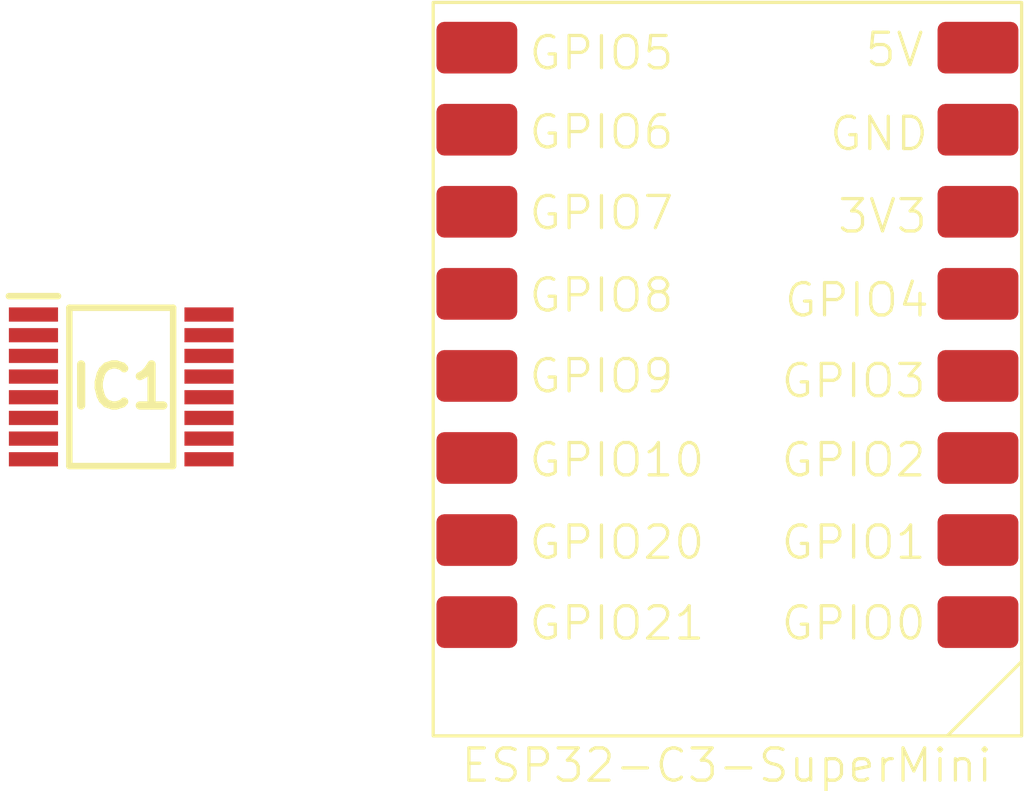
<source format=kicad_pcb>
(kicad_pcb (version 20241229) (generator "pcbnew") (generator_version "9.0")
  (layers (0 "F.Cu" signal) (2 "B.Cu" signal) (13 "F.Paste" user) (15 "B.Paste" user) (5 "F.SilkS" user "F.Silkscreen") (7 "B.SilkS" user "B.Silkscreen") (1 "F.Mask" user) (3 "B.Mask" user) (25 "Edge.Cuts" user))
  (net 0 "")
  (footprint "esp32-c3-supermini:esp32-c3-supermini" (layer "F.Cu") (at 155.75 96.95)
    (property "Reference" "U1" (hide yes))
    (property "Value" "ESP32-C3-SuperMini" (hide yes))
    (fp_line (start 6.8 11.35) (end 9.1 9.05) (stroke (width 0.1)) (layer "F.SilkS"))
    (fp_rect (start -9.1 -11.35) (end 9.1 11.35) (stroke (width 0.1)) (fill no) (layer "F.SilkS"))
    (fp_text user "GPIO1" (at 1.6 5.95 0) (layer "F.SilkS") (effects (font (thickness 0.1)) (justify left bottom)))
    (fp_text user "GPIO21" (at -6.2 8.45 0) (layer "F.SilkS") (effects (font (thickness 0.1)) (justify left bottom)))
    (fp_text user "GPIO10" (at -6.2 3.4 0) (layer "F.SilkS") (effects (font (thickness 0.1)) (justify left bottom)))
    (fp_text user "GPIO0" (at 1.6 8.45 0) (layer "F.SilkS") (effects (font (thickness 0.1)) (justify left bottom)))
    (fp_text user "ESP32-C3-SuperMini" (at -8.3 12.85 0) (layer "F.SilkS") (effects (font (thickness 0.1)) (justify left bottom)))
    (fp_text user "GPIO6" (at -6.2 -6.75 0) (layer "F.SilkS") (effects (font (thickness 0.1)) (justify left bottom)))
    (fp_text user "GPIO8" (at -6.2 -1.7 0) (layer "F.SilkS") (effects (font (thickness 0.1)) (justify left bottom)))
    (fp_text user "GPIO4" (at 1.7 -1.55 0) (layer "F.SilkS") (effects (font (thickness 0.1)) (justify left bottom)))
    (fp_text user "GPIO2" (at 1.6 3.4 0) (layer "F.SilkS") (effects (font (thickness 0.1)) (justify left bottom)))
    (fp_text user "GPIO5" (at -6.2 -9.2 0) (layer "F.SilkS") (effects (font (thickness 0.1)) (justify left bottom)))
    (fp_text user "GND" (at 3.1 -6.7 0) (layer "F.SilkS") (effects (font (thickness 0.1)) (justify left bottom)))
    (fp_text user "GPIO9" (at -6.2 0.8 0) (layer "F.SilkS") (effects (font (thickness 0.1)) (justify left bottom)))
    (fp_text user "GPIO20" (at -6.2 5.95 0) (layer "F.SilkS") (effects (font (thickness 0.1)) (justify left bottom)))
    (fp_text user "5V" (at 4.2 -9.3 0) (layer "F.SilkS") (effects (font (thickness 0.1)) (justify left bottom)))
    (fp_text user "3V3" (at 3.35 -4.15 0) (layer "F.SilkS") (effects (font (thickness 0.1)) (justify left bottom)))
    (fp_text user "GPIO7" (at -6.2 -4.25 0) (layer "F.SilkS") (effects (font (thickness 0.1)) (justify left bottom)))
    (fp_text user "GPIO3" (at 1.6 0.95 0) (layer "F.SilkS") (effects (font (thickness 0.1)) (justify left bottom)))
    (pad "1" smd roundrect (at 7.75 7.83) (size 2.5 1.6) (layers "F.Cu" "F.Mask" "F.Paste") (roundrect_rratio 0.15))
    (pad "2" smd roundrect (at 7.75 5.29) (size 2.5 1.6) (layers "F.Cu" "F.Mask" "F.Paste") (roundrect_rratio 0.15))
    (pad "3" smd roundrect (at 7.75 2.75) (size 2.5 1.6) (layers "F.Cu" "F.Mask" "F.Paste") (roundrect_rratio 0.15))
    (pad "4" smd roundrect (at 7.75 0.21) (size 2.5 1.6) (layers "F.Cu" "F.Mask" "F.Paste") (roundrect_rratio 0.15))
    (pad "5" smd roundrect (at 7.75 -2.33) (size 2.5 1.6) (layers "F.Cu" "F.Mask" "F.Paste") (roundrect_rratio 0.15))
    (pad "6" smd roundrect (at 7.75 -4.87) (size 2.5 1.6) (layers "F.Cu" "F.Mask" "F.Paste") (roundrect_rratio 0.15))
    (pad "7" smd roundrect (at 7.75 -7.41) (size 2.5 1.6) (layers "F.Cu" "F.Mask" "F.Paste") (roundrect_rratio 0.15))
    (pad "8" smd roundrect (at 7.75 -9.95) (size 2.5 1.6) (layers "F.Cu" "F.Mask" "F.Paste") (roundrect_rratio 0.15))
    (pad "9" smd roundrect (at -7.75 -9.95) (size 2.5 1.6) (layers "F.Cu" "F.Mask" "F.Paste") (roundrect_rratio 0.15))
    (pad "10" smd roundrect (at -7.75 -7.41) (size 2.5 1.6) (layers "F.Cu" "F.Mask" "F.Paste") (roundrect_rratio 0.15))
    (pad "11" smd roundrect (at -7.75 -4.87) (size 2.5 1.6) (layers "F.Cu" "F.Mask" "F.Paste") (roundrect_rratio 0.15))
    (pad "12" smd roundrect (at -7.75 -2.33) (size 2.5 1.6) (layers "F.Cu" "F.Mask" "F.Paste") (roundrect_rratio 0.15))
    (pad "13" smd roundrect (at -7.75 0.21) (size 2.5 1.6) (layers "F.Cu" "F.Mask" "F.Paste") (roundrect_rratio 0.15))
    (pad "14" smd roundrect (at -7.75 2.75) (size 2.5 1.6) (layers "F.Cu" "F.Mask" "F.Paste") (roundrect_rratio 0.15))
    (pad "15" smd roundrect (at -7.75 5.29) (size 2.5 1.6) (layers "F.Cu" "F.Mask" "F.Paste") (roundrect_rratio 0.15))
    (pad "16" smd roundrect (at -7.75 7.83) (size 2.5 1.6) (layers "F.Cu" "F.Mask" "F.Paste") (roundrect_rratio 0.15))
  )
  (footprint "adg774a:SOP64P600X175-16N" (layer "F.Cu") (at 137 97.5)
    (property "Reference" "IC1" (at 0 0 0) (layer "F.SilkS") (effects (font (size 1.27 1.27) (thickness 0.254))))
    (property "Value" "ADG774ABRQZ" (hide yes))
    (fp_line (start -3.475 -2.81) (end -1.955 -2.81) (stroke (width 0.2)) (layer "F.SilkS"))
    (fp_line (start -1.605 -2.45) (end 1.605 -2.45) (stroke (width 0.2)) (layer "F.SilkS"))
    (fp_line (start -1.605 2.45) (end -1.605 -2.45) (stroke (width 0.2)) (layer "F.SilkS"))
    (fp_line (start 1.605 -2.45) (end 1.605 2.45) (stroke (width 0.2)) (layer "F.SilkS"))
    (fp_line (start 1.605 2.45) (end -1.605 2.45) (stroke (width 0.2)) (layer "F.SilkS"))
    (pad "1" smd rect (at -2.715 -2.24 90) (size 0.44 1.52) (layers "F.Cu" "F.Mask" "F.Paste"))
    (pad "2" smd rect (at -2.715 -1.6 90) (size 0.44 1.52) (layers "F.Cu" "F.Mask" "F.Paste"))
    (pad "3" smd rect (at -2.715 -0.96 90) (size 0.44 1.52) (layers "F.Cu" "F.Mask" "F.Paste"))
    (pad "4" smd rect (at -2.715 -0.32 90) (size 0.44 1.52) (layers "F.Cu" "F.Mask" "F.Paste"))
    (pad "5" smd rect (at -2.715 0.32 90) (size 0.44 1.52) (layers "F.Cu" "F.Mask" "F.Paste"))
    (pad "6" smd rect (at -2.715 0.96 90) (size 0.44 1.52) (layers "F.Cu" "F.Mask" "F.Paste"))
    (pad "7" smd rect (at -2.715 1.6 90) (size 0.44 1.52) (layers "F.Cu" "F.Mask" "F.Paste"))
    (pad "8" smd rect (at -2.715 2.24 90) (size 0.44 1.52) (layers "F.Cu" "F.Mask" "F.Paste"))
    (pad "9" smd rect (at 2.715 2.24 90) (size 0.44 1.52) (layers "F.Cu" "F.Mask" "F.Paste"))
    (pad "10" smd rect (at 2.715 1.6 90) (size 0.44 1.52) (layers "F.Cu" "F.Mask" "F.Paste"))
    (pad "11" smd rect (at 2.715 0.96 90) (size 0.44 1.52) (layers "F.Cu" "F.Mask" "F.Paste"))
    (pad "12" smd rect (at 2.715 0.32 90) (size 0.44 1.52) (layers "F.Cu" "F.Mask" "F.Paste"))
    (pad "13" smd rect (at 2.715 -0.32 90) (size 0.44 1.52) (layers "F.Cu" "F.Mask" "F.Paste"))
    (pad "14" smd rect (at 2.715 -0.96 90) (size 0.44 1.52) (layers "F.Cu" "F.Mask" "F.Paste"))
    (pad "15" smd rect (at 2.715 -1.6 90) (size 0.44 1.52) (layers "F.Cu" "F.Mask" "F.Paste"))
    (pad "16" smd rect (at 2.715 -2.24 90) (size 0.44 1.52) (layers "F.Cu" "F.Mask" "F.Paste"))
  )
)
</source>
